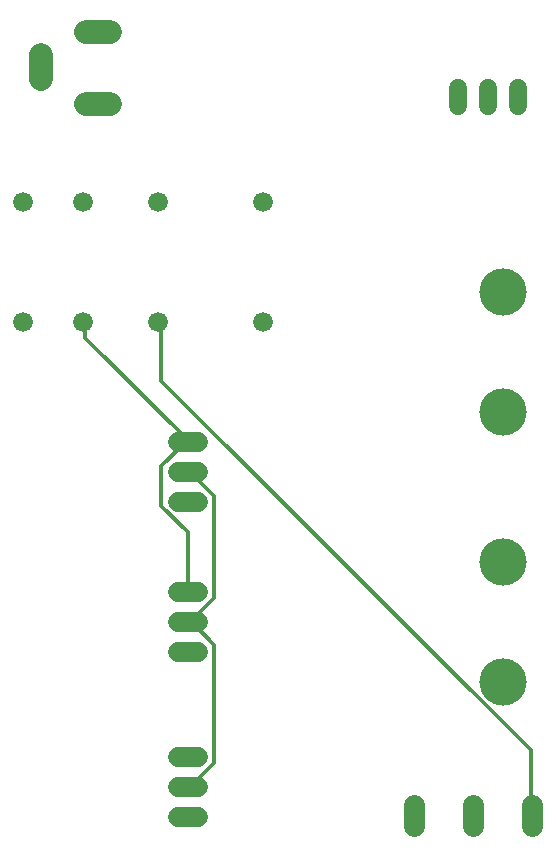
<source format=gbr>
G04 EAGLE Gerber RS-274X export*
G75*
%MOMM*%
%FSLAX34Y34*%
%LPD*%
%INBottom Copper*%
%IPPOS*%
%AMOC8*
5,1,8,0,0,1.08239X$1,22.5*%
G01*
%ADD10C,1.676400*%
%ADD11C,1.676400*%
%ADD12C,2.000000*%
%ADD13C,4.000000*%
%ADD14C,1.800000*%
%ADD15C,1.524000*%
%ADD16C,0.304800*%


D10*
X165100Y482600D03*
X165100Y584200D03*
X254000Y584200D03*
X254000Y482600D03*
X101600Y584200D03*
X101600Y482600D03*
X50800Y482600D03*
X50800Y584200D03*
D11*
X182118Y63500D02*
X198882Y63500D01*
X198882Y88900D02*
X182118Y88900D01*
X182118Y114300D02*
X198882Y114300D01*
X198882Y203200D02*
X182118Y203200D01*
X182118Y228600D02*
X198882Y228600D01*
X198882Y254000D02*
X182118Y254000D01*
X182118Y330200D02*
X198882Y330200D01*
X198882Y355600D02*
X182118Y355600D01*
X182118Y381000D02*
X198882Y381000D01*
D12*
X124300Y667500D02*
X104300Y667500D01*
X104300Y728500D02*
X124300Y728500D01*
X66300Y708500D02*
X66300Y688500D01*
D13*
X457200Y406400D03*
X457200Y508000D03*
X457200Y177800D03*
X457200Y279400D03*
D14*
X381800Y74000D02*
X381800Y56000D01*
X431800Y56000D02*
X431800Y74000D01*
X481800Y74000D02*
X481800Y56000D01*
D15*
X469900Y665480D02*
X469900Y680720D01*
X444500Y680720D02*
X444500Y665480D01*
X419100Y665480D02*
X419100Y680720D01*
D16*
X480568Y120142D02*
X480568Y67056D01*
X480568Y120142D02*
X167640Y433070D01*
X167640Y480568D01*
X480568Y67056D02*
X481800Y65000D01*
X167640Y480568D02*
X165100Y482600D01*
X103378Y480568D02*
X103378Y469392D01*
X189992Y382778D01*
X103378Y480568D02*
X101600Y482600D01*
X189992Y304546D02*
X189992Y254254D01*
X189992Y304546D02*
X167640Y326898D01*
X167640Y360426D01*
X189992Y382778D01*
X189992Y254254D02*
X190500Y254000D01*
X190500Y381000D02*
X189992Y382778D01*
X212344Y108966D02*
X192786Y89408D01*
X212344Y108966D02*
X212344Y209550D01*
X192786Y229108D01*
X192786Y89408D02*
X190500Y88900D01*
X212344Y335280D02*
X192786Y354838D01*
X212344Y335280D02*
X212344Y248666D01*
X192786Y229108D01*
X192786Y354838D02*
X190500Y355600D01*
X192786Y229108D02*
X190500Y228600D01*
M02*

</source>
